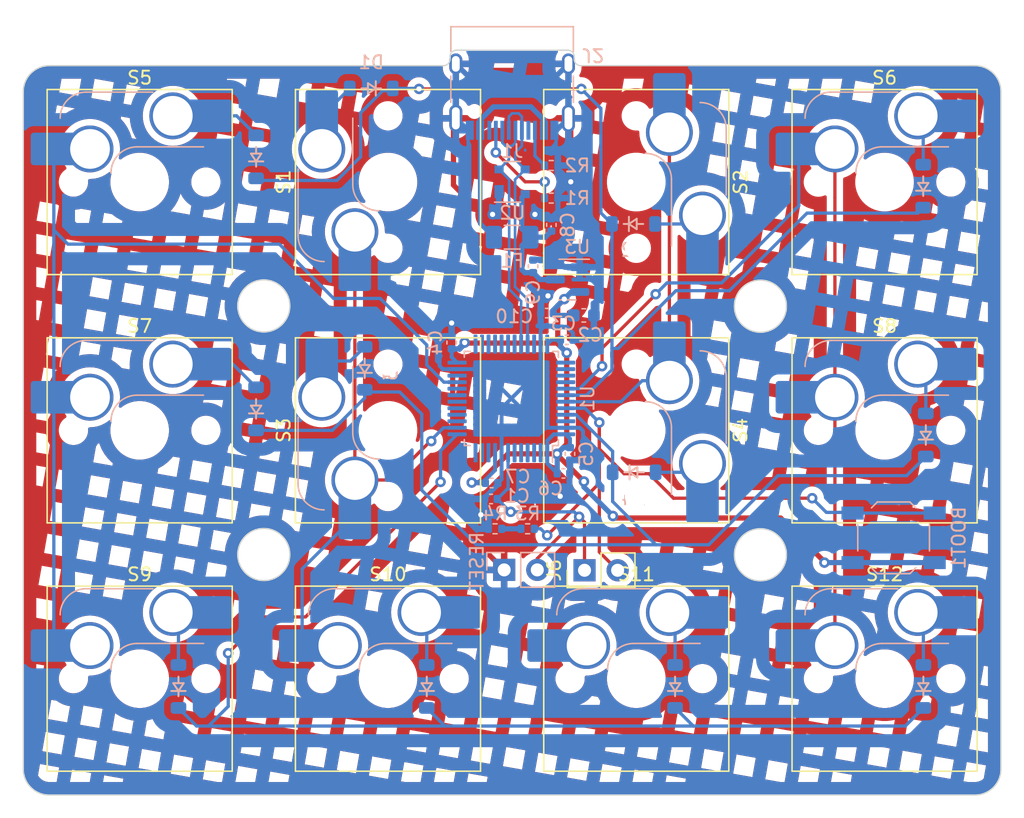
<source format=kicad_pcb>
(kicad_pcb (version 20240108) (generator "pcbnew") (generator_version "8.0")
  (layers (0 "F.Cu" signal) (31 "B.Cu" signal) (34 "B.Paste" user) (35 "F.Paste" user) (36 "B.SilkS" user "B.Silkscreen") (37 "F.SilkS" user "F.Silkscreen") (38 "B.Mask" user) (39 "F.Mask" user) (44 "Edge.Cuts" user))
  (net 0 "")
  (net 1 "+3V3")
  (net 2 "BOOT0")
  (net 3 "+5V")
  (net 4 "GND")
  (net 5 "NRST")
  (net 6 "Net-(D1-A)")
  (net 7 "Net-(D2-A)")
  (net 8 "Net-(D3-A)")
  (net 9 "Net-(D4-A)")
  (net 10 "VBUS")
  (net 11 "Net-(J1-CC1)")
  (net 12 "D+")
  (net 13 "D-")
  (net 15 "Net-(J1-CC2)")
  (net 17 "/A13")
  (net 18 "/A14")
  (net 19 "/A15")
  (net 20 "/B3")
  (net 21 "/B4")
  (net 22 "/B9")
  (net 23 "/C13")
  (net 24 "/C14")
  (net 25 "/C15")
  (net 26 "/F0")
  (net 27 "/F1")
  (net 28 "/A10")
  (net 29 "/A9")
  (net 30 "/A8")
  (net 31 "/B15")
  (net 32 "/B14")
  (net 33 "/B13")
  (net 34 "/B12")
  (net 35 "/B11")
  (net 36 "/B2")
  (net 37 "/B1")
  (net 38 "/B0")
  (net 39 "/A7")
  (net 40 "/A6")
  (net 41 "/A5")
  (net 42 "/A2")
  (net 43 "/A1")
  (net 44 "/A0")
  (net 45 "Net-(R3-Pad2)")
  (net 46 "row 0")
  (net 47 "row 1")
  (net 48 "col 0")
  (net 49 "col 1")
  (net 50 "Net-(D5-A)")
  (net 51 "Net-(D6-A)")
  (net 52 "Net-(D7-A)")
  (net 53 "Net-(D8-A)")
  (net 54 "col 2")
  (net 55 "col 3")
  (net 56 "Net-(D9-A)")
  (net 57 "row 2")
  (net 58 "Net-(D10-A)")
  (net 59 "Net-(D11-A)")
  (net 60 "Net-(D12-A)")
  (footprint "ScottoKeebs_Hotswap:Hotswap_MX_Plated_1.00u" (layer "F.Cu") (at 67.865682 84.534446)
    (property "Reference" "S10")
    (property "Value" "Keyswitch")
  )
  (footprint "ScottoKeebs_Hotswap:Hotswap_MX_Plated_1.00u" (layer "F.Cu") (at 86.915625 65.484375 -90)
    (property "Reference" "S4")
    (property "Value" "Keyswitch")
  )
  (footprint "Connector_PinHeader_2.54mm:PinHeader_1x02_P2.54mm_Vertical" (layer "F.Cu") (at 82.945 76.22 90)
    (property "Reference" "J6")
    (property "Value" "Conn_01x02_Socket")
  )
  (footprint "ScottoKeebs_Hotswap:Hotswap_MX_Plated_1.00u" (layer "F.Cu") (at 105.965706 46.434406)
    (property "Reference" "S6")
    (property "Value" "Keyswitch")
  )
  (footprint "ScottoKeebs_Hotswap:Hotswap_MX_Plated_1.00u" (layer "F.Cu") (at 86.915625 46.434375 -90)
    (property "Reference" "S2")
    (property "Value" "Keyswitch")
  )
  (footprint "ScottoKeebs_Hotswap:Hotswap_MX_Plated_1.00u" (layer "F.Cu") (at 48.815674 65.484422)
    (property "Reference" "S7")
    (property "Value" "Keyswitch")
  )
  (footprint "ScottoKeebs_Hotswap:Hotswap_MX_Plated_1.00u" (layer "F.Cu") (at 105.965698 84.534446)
    (property "Reference" "S12")
    (property "Value" "Keyswitch")
  )
  (footprint "ScottoKeebs_Hotswap:Hotswap_MX_Plated_1.00u" (layer "F.Cu") (at 67.865625 65.484375 90)
    (property "Reference" "S3")
    (property "Value" "Keyswitch")
  )
  (footprint "ScottoKeebs_Hotswap:Hotswap_MX_Plated_1.00u" (layer "F.Cu") (at 105.965706 65.484422)
    (property "Reference" "S8")
    (property "Value" "Keyswitch")
  )
  (footprint "ScottoKeebs_Hotswap:Hotswap_MX_Plated_1.00u" (layer "F.Cu") (at 48.815674 46.434406)
    (property "Reference" "S5")
    (property "Value" "Keyswitch")
  )
  (footprint "ScottoKeebs_Hotswap:Hotswap_MX_Plated_1.00u" (layer "F.Cu") (at 86.915698 84.534446)
    (property "Reference" "S11")
    (property "Value" "Keyswitch")
  )
  (footprint "ScottoKeebs_Hotswap:Hotswap_MX_Plated_1.00u" (layer "F.Cu") (at 48.815666 84.534446)
    (property "Reference" "S9")
    (property "Value" "Keyswitch")
  )
  (footprint "ScottoKeebs_Hotswap:Hotswap_MX_Plated_1.00u" (layer "F.Cu") (at 67.865625 46.434375 90)
    (property "Reference" "S1")
    (property "Value" "Keyswitch")
  )
  (footprint "Resistor_SMD:R_0402_1005Metric" (layer "B.Cu") (at 80.390625 45.165625)
    (property "Reference" "R2")
    (property "Value" "5.1k")
  )
  (footprint "Capacitor_SMD:C_0402_1005Metric" (layer "B.Cu") (at 79 52.9 90)
    (property "Reference" "C9")
    (property "Value" "100nF")
  )
  (footprint "Button_Switch_SMD:SW_SPST_TL3342" (layer "B.Cu") (at 106.66 73.73)
    (property "Reference" "BOOT1")
    (property "Value" "SW_SPST")
  )
  (footprint "Package_TO_SOT_SMD:SOT-143" (layer "B.Cu") (at 77.390625 46.415625)
    (property "Reference" "U2")
    (property "Value" "PRTR5V0U2X")
  )
  (footprint "ScottoKeebs_Components:Diode_SOD-123" (layer "B.Cu") (at 109.13 65.84 90)
    (property "Reference" "D8" (hide yes))
    (property "Value" "Diode" (hide yes))
  )
  (footprint "ScottoKeebs_Components:Diode_SOD-123" (layer "B.Cu") (at 108.942279 85.129759 90)
    (property "Reference" "D12" (hide yes))
    (property "Value" "Diode")
  )
  (footprint "ScottoKeebs_Components:Diode_SOD-123" (layer "B.Cu") (at 66.58 39.25 180)
    (property "Reference" "D1")
    (property "Value" "Diode")
  )
  (footprint "Package_TO_SOT_SMD:SOT-23" (layer "B.Cu") (at 81.640625 53.915625 180)
    (property "Reference" "U3")
    (property "Value" "XC6206PxxxMR-Regulator_Linear")
  )
  (footprint "Resistor_SMD:R_0402_1005Metric" (layer "B.Cu") (at 78.58125 73.0375 180)
    (property "Reference" "R3")
    (property "Value" "5.1k")
  )
  (footprint "Capacitor_SMD:C_0402_1005Metric" (layer "B.Cu") (at 80.06 56.49 180)
    (property "Reference" "C10")
    (property "Value" "100nF")
  )
  (footprint "Capacitor_SMD:C_0402_1005Metric" (layer "B.Cu") (at 75.817828 69.524078)
    (property "Reference" "C7")
    (property "Value" "1uF")
  )
  (footprint "Capacitor_SMD:C_0402_1005Metric" (layer "B.Cu") (at 72.75 58.75 90)
    (property "Reference" "C4")
    (property "Value" "1uF")
  )
  (footprint "ScottoKeebs_Components:Diode_SOD-123" (layer "B.Cu") (at 57.75 44.5 90)
    (property "Reference" "D5" (hide yes))
    (property "Value" "Diode")
  )
  (footprint "Capacitor_SMD:C_0402_1005Metric" (layer "B.Cu") (at 75.77 70.75 180)
    (property "Reference" "C1")
    (property "Value" "100nF")
  )
  (footprint "Connector_PinHeader_2.54mm:PinHeader_1x02_P2.54mm_Vertical" (layer "B.Cu") (at 76.78 76.19 -90)
    (property "Reference" "RESET")
    (property "Value" "Conn_01x02_Socket")
  )
  (footprint "Capacitor_SMD:C_0402_1005Metric" (layer "B.Cu") (at 81.83125 67.2875 -90)
    (property "Reference" "C5")
    (property "Value" "100nF")
  )
  (footprint "ScottoKeebs_Components:Diode_SOD-123" (layer "B.Cu") (at 66.079743 60.721926 90)
    (property "Reference" "D3")
    (property "Value" "Diode")
  )
  (footprint "Fuse:Fuse_1206_3216Metric" (layer "B.Cu") (at 77.390625 50.665625)
    (property "Reference" "F1")
    (property "Value" "500mA")
  )
  (footprint "ScottoKeebs_Components:Diode_SOD-123" (layer "B.Cu") (at 89.892263 85.129759 90)
    (property "Reference" "D11" (hide yes))
    (property "Value" "Diode")
  )
  (footprint "Capacitor_SMD:C_0603_1608Metric" (layer "B.Cu") (at 82.890625 56.665625)
    (property "Reference" "C2")
    (property "Value" "10uF")
  )
  (footprint "ScottoKeebs_Components:Diode_SOD-123" (layer "B.Cu") (at 86.7 49.65)
    (property "Reference" "D2")
    (property "Value" "Diode")
  )
  (footprint "ScottoKeebs_Components:Diode_SOD-123" (layer "B.Cu") (at 86.75 68.7)
    (property "Reference" "D4")
    (property "Value" "Diode")
  )
  (footprint "ScottoKeebs_Components:Diode_SOD-123" (layer "B.Cu") (at 57.745361 63.83443 90)
    (property "Reference" "D7" (hide yes))
    (property "Value" "Diode")
  )
  (footprint "ScottoKeebs_Components:Diode_SOD-123" (layer "B.Cu") (at 51.792231 85.129759 90)
    (property "Reference" "D9" (hide yes))
    (property "Value" "Diode")
  )
  (footprint "Connector_USB:USB_C_Receptacle_HRO_TYPE-C-31-M-12" (layer "B.Cu") (at 77.390625 38.415625)
    (property "Reference" "J1")
    (property "Value" "USB_C_Receptacle_USB2.0")
  )
  (footprint "ScottoKeebs_Components:Diode_SOD-123" (layer "B.Cu") (at 108.93 46.75 90)
    (property "Reference" "D6" (hide yes))
    (property "Value" "Diode")
  )
  (footprint "Resistor_SMD:R_0402_1005Metric" (layer "B.Cu") (at 76.08125 73.0375 180)
    (property "Reference" "R4")
    (property "Value" "5.1k")
  )
  (footprint "ScottoKeebs_Components:Diode_SOD-123" (layer "B.Cu") (at 70.842247 85.129759 90)
    (property "Reference" "D10" (hide yes))
    (property "Value" "Diode")
  )
  (footprint "Capacitor_SMD:C_0402_1005Metric" (layer "B.Cu") (at 81.581251 58.537499)
    (property "Reference" "C3")
    (property "Value" "100nF")
  )
  (footprint "Package_QFP:LQFP-48_7x7mm_P0.5mm" (layer "B.Cu") (at 77.33125 63.037499 90)
    (property "Reference" "U1")
    (property "Value" "STM32F072CBT6")
  )
  (footprint "Capacitor_SMD:C_0402_1005Metric" (layer "B.Cu") (at 81.33125 68.787499)
    (property "Reference" "C6")
    (property "Value" "100nF")
  )
  (footprint "Capacitor_SMD:C_0402_1005Metric" (layer "B.Cu") (at 80.4 49.72 90)
    (property "Reference" "C8")
    (property "Value" "100nF")
  )
  (footprint "Resistor_SMD:R_0402_1005Metric" (layer "B.Cu") (at 80.390625 47.665625 180)
    (property "Reference" "R1")
    (property "Value" "5.1k")
  )
  (gr_arc (start 72.628186 36.814093) (mid 72.774633 36.46054) (end 73.128186 36.314093) (stroke (width 0.1)) (layer "Edge.Cuts"))
  (gr_arc (start 81.653194 36.314093) (mid 82.006754 36.460537) (end 82.153194 36.814093) (stroke (width 0.1)) (layer "Edge.Cuts"))
  (gr_line (start 114.895409 39.504719) (end 114.895409 91.464141) (stroke (width 0.1)) (layer "Edge.Cuts"))
  (gr_arc (start 72.628186 37.004719) (mid 72.481732 37.358255) (end 72.128186 37.504719) (stroke (width 0.1)) (layer "Edge.Cuts"))
  (gr_line (start 82.153194 36.814093) (end 82.153194 37.004719) (stroke (width 0.1)) (layer "Edge.Cuts"))
  (gr_line (start 82.653194 37.504719) (end 82.748507 37.504719) (stroke (width 0.1)) (layer "Edge.Cuts"))
  (gr_line (start 81.653194 36.314093) (end 73.128186 36.314093) (stroke (width 0.1)) (layer "Edge.Cuts"))
  (gr_circle (center 58.34 55.94) (end 60.34 55.94) (stroke (width 0.1)) (fill none) (layer "Edge.Cuts"))
  (gr_arc (start 112.895409 37.504719) (mid 114.309623 38.090505) (end 114.895409 39.504719) (stroke (width 0.1)) (layer "Edge.Cuts"))
  (gr_arc (start 41.885971 93.464141) (mid 40.471756 92.878355) (end 39.885971 91.464141) (stroke (width 0.1)) (layer "Edge.Cuts"))
  (gr_circle (center 96.44 75.03) (end 98.44 75.03) (stroke (width 0.1)) (fill none) (layer "Edge.Cuts"))
  (gr_line (start 39.885971 91.464141) (end 39.885971 39.504719) (stroke (width 0.1)) (layer "Edge.Cuts"))
  (gr_arc (start 82.653194 37.504719) (mid 82.299638 37.358271) (end 82.153194 37.004719) (stroke (width 0.1)) (layer "Edge.Cuts"))
  (gr_line (start 82.748507 37.504719) (end 112.895409 37.504719) (stroke (width 0.1)) (layer "Edge.Cuts"))
  (gr_arc (start 114.895409 91.464141) (mid 114.309609 92.878331) (end 112.895409 93.464141) (stroke (width 0.1)) (layer "Edge.Cuts"))
  (gr_line (start 72.628186 37.004719) (end 72.628186 36.814093) (stroke (width 0.1)) (layer "Edge.Cuts"))
  (gr_arc (start 39.885971 39.504719) (mid 40.471757 38.090505) (end 41.885971 37.504719) (stroke (width 0.1)) (layer "Edge.Cuts"))
  (gr_line (start 112.895409 93.464141) (end 41.885971 93.464141) (stroke (width 0.1)) (layer "Edge.Cuts"))
  (gr_circle (center 96.440706 55.959422) (end 98.440706 55.959422) (stroke (width 0.1)) (fill none) (layer "Edge.Cuts"))
  (gr_line (start 41.885971 37.504719) (end 72.032873 37.504719) (stroke (width 0.1)) (layer "Edge.Cuts"))
  (gr_line (start 72.032873 37.504719) (end 72.128186 37.504719) (stroke (width 0.1)) (layer "Edge.Cuts"))
  (gr_circle (center 58.34 75.01) (end 60.34 75.01) (stroke (width 0.1)) (fill none) (layer "Edge.Cuts"))
  (gr_text "J2" (at 83.6 36.7 180) (layer "B.SilkS") (effects (font (size 1 1)) (justify mirror)))
  (segment (start 101.35 75.57) (end 101.35 75.63) (width 0.4) (layer "F.Cu") (net 1))
  (segment (start 81.581249 59.5375) (end 81.581251 66.537499) (width 0.4) (layer "F.Cu") (net 1))
  (segment (start 80.831249 58.787503) (end 80.081252 58.787503) (width 0.4) (layer "F.Cu") (net 1))
  (segment (start 97.99 72.21) (end 101.35 75.57) (width 0.4) (layer "F.Cu") (net 1))
  (segment (start 80.890625 55.915625) (end 81.390625 55.415625) (width 0.4) (layer "F.Cu") (net 1))
  (segment (start 80.831251 67.341251) (end 82.9 69.41) (width 0.4) (layer "F.Cu") (net 1))
  (segment (start 77.072501 67.287499) (end 80.831251 67.287499) (width 0.4) (layer "F.Cu") (net 1))
  (segment (start 80.831251 67.287499) (end 80.831251 67.341251) (width 0.4) (layer "F.Cu") (net 1))
  (segment (start 73.831251 58.787499) (end 80.081252 58.787503) (width 0.4) (layer "F.Cu") (net 1))
  (segment (start 74.87 69.49) (end 77.072501 67.287499) (width 0.4) (layer "F.Cu") (net 1))
  (segment (start 85.125 72.055) (end 85.28 72.21) (width 0.4) (layer "F.Cu") (net 1))
  (segment (start 81.581249 59.5375) (end 80.831249 58.787503) (width 0.4) (layer "F.Cu") (net 1))
  (segment (start 74.29 69.49) (end 74.87 69.49) (width 0.4) (layer "F.Cu") (net 1))
  (segment (start 85.28 72.21) (end 97.99 72.21) (width 0.4) (layer "F.Cu") (net 1))
  (segment (start 80.890625 58.728127) (end 80.890625 55.915625) (width 0.4) (layer "F.Cu") (net 1))
  (segment (start 80.831249 58.787503) (end 80.890625 58.728127) (width 0.4) (layer "F.Cu") (net 1))
  (segment (start 81.581251 66.537499) (end 80.831251 67.287499) (width 0.4) (layer "F.Cu") (net 1))
  (via (at 101.35 75.63) (size 0.8) (drill 0.4) (layers "F.Cu" "B.Cu") (net 1))
  (via (at 73.75 58.75) (size 0.8) (drill 0.4) (layers "F.Cu" "B.Cu") (net 1))
  (via (at 81.390625 55.415625) (size 0.8) (drill 0.4) (layers "F.Cu" "B.Cu") (net 1))
  (via (at 81.581249 59.5375) (size 0.8) (drill 0.4) (layers "F.Cu" "B.Cu") (net 1))
  (via (at 80.831251 67.287499) (size 0.8) (drill 0.4) (layers "F.Cu" "B.Cu") (net 1))
  (via (at 82.9 69.41) (size 0.8) (drill 0.4) (layers "F.Cu" "B.Cu") (net 1))
  (via (at 74.29 69.49) (size 0.8) (drill 0.4) (layers "F.Cu" "B.Cu") (net 1))
  (via (at 85.125 72.055) (size 0.8) (drill 0.4) (layers "F.Cu" "B.Cu") (net 1))
  (segment (start 80.54 56.26) (end 80.54 56.49) (width 0.4) (layer "B.Cu") (net 1))
  (segment (start 72.75 59.23) (end 73.27 59.23) (width 0.4) (layer "B.Cu") (net 1))
  (segment (start 82.9 69.83) (end 82.9 69.41) (width 0.4) (layer "B.Cu") (net 1))
  (segment (start 80.831251 67.287499) (end 81.31125 66.8075) (width 0.4) (layer "B.Cu") (net 1))
  (segment (start 81.831252 66.125002) (end 81.493752 65.787502) (width 0.3) (layer "B.Cu") (net 1))
  (segment (start 80.831251 67.287499) (end 80.851252 67.307499) (width 0.4) (layer "B.Cu") (net 1))
  (segment (start 76.08125 67.2) (end 76.081252 68.5375) (width 0.3) (layer "B.Cu") (net 1))
  (segment (start 80.081252 58.875002) (end 80.418751 58.5375) (width 0.3) (layer "B.Cu") (net 1))
  (segment (start 80.418751 58.5375) (end 81.10125 58.537499) (width 0.3) (layer "B.Cu") (net 1))
  (segment (start 81.493752 65.787502) (end 80.581252 65.787502) (width 0.3) (layer "B.Cu") (net 1))
  (segment (start 76.081252 68.5375) (end 75.337829 69.280923) (width 0.3) (layer "B.Cu") (net 1))
  (segment (start 75.28375 69.49) (end 75.317827 69.524077) (width 0.4) (layer "B.Cu") (net 1))
  (segment (start 81.940625 54.865625) (end 80.620625 56.185625) (width 0.4) (layer "B.Cu") (net 1))
  (segment (start 81.10125 59.0575) (end 81.10125 58.537499) (width 0.4) (layer "B.Cu") (net 1))
  (segment (start 80.870625 56.665625) (end 82.115625 56.665625) (width 0.4) (layer "B.Cu") (net 1))
  (segment (start 80.581252 65.787502) (end 80.081253 66.287501) (width 0.3) (layer "B.Cu") (net 1))
  (segment (start 81.83125 66.807499) (end 81.831252 66.125002) (width 0.3) (layer "B.Cu") (net 1))
  (segment (start 81.581249 59.5375) (end 81.10125 59.0575) (width 0.4) (layer "B.Cu") (net 1))
  (segment (start 75.337829 69.280923) (end 75.337829 69.524079) (width 0.3) (layer "B.Cu") (net 1))
  (segment (start 74.29 69.49) (end 75.28375 69.49) (width 0.4) (layer "B.Cu") (net 1))
  (segment (start 80.851252 67.307499) (end 80.851252 68.787499) (width 0.4) (layer "B.Cu") (net 1))
  (segment (start 80.851252 68.787499) (end 80.081253 68.0175) (width 0.3) (layer "B.Cu") (net 1))
  (segment (start 81.31125 66.8075) (end 81.83125 66.807499) (width 0.4) (layer "B.Cu") (net 1))
  (segment (start 80.081253 68.0175) (end 80.081252 67.200002) (width 0.3) (layer "B.Cu") (net 1))
  (segment (start 101.35 75.63) (end 103.51 75.63) (width 0.4) (layer "B.Cu") (net 1))
  (segment (start 85.125 72.055) (end 82.9 69.83) (width 0.4) (layer "B.Cu") (net 1))
  (segment (start 72.75 59.86875) (end 72.75 59.23) (width 0.3) (layer "B.Cu") (net 1))
  (segment (start 73.35125 59.2675) (end 73.831251 58.787499) (width 0.4) (layer "B.Cu") (net 1))
  (segment (start 73.16875 60.2875) (end 72.83125 59.95) (width 0.3) (layer "B.Cu") (net 1))
  (segment (start 80.081253 66.287501) (end 80.081252 67.200002) (width 0.3) (layer "B.Cu") (net 1))
  (segment (start 82.578125 54.865625) (end 81.940625 54.865625) (width 0.4) (layer "B.Cu") (net 1))
  (segment (start 81.940625 54.865625) (end 81.390625 55.415625) (width 0.4) (layer "B.Cu") (net 1))
  (segment (start 73.27 59.23) (end 73.75 58.75) (width 0.4) (layer "B.Cu") (net 1))
  (segment (start 72.83125 59.95) (end 72.75 59.86875) (width 0.3) (layer "B.Cu") (net 1))
  (segment (start 103.51 75.63) (end 109.81 75.63) (width 0.4) (layer "B.Cu") (net 1))
  (segment (start 84.081251 69.5375) (end 80.081252 73.537503) (width 0.25) (layer "F.Cu") (net 2))
  (segment (start 84.081251 66.911251) (end 84.081251 64.88) (width 0.25) (layer "F.Cu") (net 2))
  (segment (start 84.081251 74.816251) (end 85.485 76.22) (width 0.25) (layer "F.Cu") (net 2))
  (segment (start 85.98 68.81) (end 84.081251 66.911251) (width 0.25) (layer "F.Cu") (net 2))
  (segment (start 89.77 70.69) (end 87.89 68.81) (width 0.25) (layer "F.Cu") (net 2))
  (segment (start 100.41 70.69) (end 89.77 70.69) (width 0.25) (layer "F.Cu") (net 2))
  (segment (start 84.081251 69.5375) (end 84.081251 74.816251) (width 0.25) (layer "F.Cu") (net 2))
  (segment (start 87.89 68.81) (end 85.98 68.81) (width 0.25) (layer "F.Cu") (net 2))
  (segment (start 84.081251 64.88) (end 84.081251 69.5375) (width 0.25) (layer "F.Cu") (net 2))
  (via (at 84.081251 64.88) (size 0.8) (drill 0.4) (layers "F.Cu" "B.Cu") (net 2))
  (via (at 100.41 70.69) (size 0.8) (drill 0.4) (layers "F.Cu" "B.Cu") (net 2))
  (via (at 80.081252 73.537503) (size 0.8) (drill 0.4) (layers "F.Cu" "B.Cu") (net 2))
  (segment (start 100.41 70.69) (end 101.5 71.78) (width 0.25) (layer "B.Cu") (net 2))
  (segment (start 103.51 71.83) (end 109.81 71.83) (width 0.25) (layer "B.Cu") (net 2))
  (segment (start 84.081251 64.88) (end 82.98875 63.787499) (width 0.25) (layer "B.Cu") (net 2))
  (segment (start 79.581249 73.0375) (end 79.091251 73.0375) (width 0.25) (layer "B.Cu") (net 2))
  (segment (start 82.98875 63.787499) (end 81.49375 63.787499) (width 0.25) (layer "B.Cu") (net 2))
  (segment (start 80.081252 73.537503) (end 79.581249 73.0375) (width 0.25) (layer "B.Cu") (net 2))
  (segment (start 103.46 71.78) (end 103.51 71.83) (width 0.25) (layer "B.Cu") (net 2))
  (segment (start 101.5 71.78) (end 103.46 71.78) (width 0.25) (layer "B.Cu") (net 2))
  (segment (start 79.936255 73.6825) (end 80.081252 73.537503) (width 0.25) (layer "B.Cu") (net 2))
  (segment (start 79.52 53.9) (end 79.504375 53.915625) (width 0.4) (layer "B.Cu") (net 3))
  (segment (start 78.790625 50.665625) (end 78.140625 50.015625) (width 0.4) (layer "B.Cu") (net 3))
  (segment (start 78.140625 51.315625) (end 78.790625 50.665625) (width 0.4) (layer "B.Cu") (net 3))
  (segment (start 78.464375 53.395625) (end 78.48 53.38) (width 0.4) (layer "B.Cu") (net 3))
  (segment (start 78.140625 47.615625) (end 78.390625 47.365625) (width 0.4) (layer "B.Cu") (net 3))
  (segment (start 79 53.38) (end 78.48 53.38) (width 0.4) (layer "B.Cu") (net 3))
  (segment (start 79.504375 53.915625) (end 80.703125 53.915625) (width 0.4) (layer "B.Cu") (net 3))
  (segment (start 78.140625 50.015625) (end 78.140625 47.615625) (width 0.4) (layer "B.Cu") (net 3))
  (segment (start 80.4 50.2) (end 79.934375 50.665625) (width 0.4) (layer "B.Cu") (net 3))
  (segment (start 78.140625 53.165625) (end 78.140625 51.315625) (width 0.4) (layer "B.Cu") (net 3))
  (segment (start 79.934375 50.665625) (end 78.790625 50.665625) (width 0.4) (layer "B.Cu") (net 3))
  (segment (start 79 53.38) (end 79.52 53.9) (width 0.4) (layer "B.Cu") (net 3))
  (segment (start 78.370625 53.395625) (end 78.464375 53.395625) (width 0.4) (layer "B.Cu") (net 3))
  (segment (start 78.370625 53.395625) (end 78.140625 53.165625) (width 0.4) (layer "B.Cu") (net 3))
  (segment (start 75.140625 48.915625) (end 75.890625 48.915625) (width 0.4) (layer "F.Cu") (net 4))
  (segment (start 80.140625 49.415625) (end 79.640625 48.915625) (width 0.4) (layer "F.Cu") (net 4))
  (segment (start 78.018751 57.287499) (end 80.140625 55.165625) (width 0.4) (layer "F.Cu") (net 4))
  (segment (start 72.890625 41.725625) (end 72.890625 46.665625) (width 0.4) (layer "F.Cu") (net 4))
  (segment (start 75.890625 48.915625) (end 79.140625 48.915625) (width 0.4) (layer "F.Cu") (net 4))
  (segment (start 81.710625 41.545625) (end 81.890625 41.725625) (width 0.4) (layer "F.Cu") (net 4))
  (segment (start 79.140625 48.915625) (end 79.640625 48.915625) (width 0.4) (layer "F.Cu") (net 4))
  (segment (start 74.99 71.8) (end 74.99 71.96) (width 0.4) (layer "F.Cu") (net 4))
  (segment (start 72.83125 66.53125) (end 72.83125 57.2875) (width 0.4) (layer "F.Cu") (net 4))
  (segment (start 72.890625 46.665625) (end 75.140625 48.915625) (width 0.4) (layer "F.Cu") (net 4))
  (segment (start 73.2 66.9) (end 72.83125 66.53125) (width 0.4) (layer "F.Cu") (net 4))
  (segment (start 81.890625 46.665625) (end 79.640625 48.915625) (width 0.4) (layer "F.Cu") (net 4))
  (segment (start 80.140625 53.978123) (end 80.140625 53.659375) (width 0.4) (layer "F.Cu") (net 4))
  (segment (start 72.83125 57.2875) (end 78.018751 57.287499) (width 0.4) (layer "F.Cu") (net 4))
  (segment (start 74.99 71.96) (end 74.99 74.4) (width 0.4) (layer "F.Cu") (net 4))
  (segment (start 74.99 74.4) (end 76.78 76.19) (width 0.4) (layer "F.Cu") (net 4))
  (segment (start 81.890625 46.415625) (end 81.890625 46.665625) (width 0.4) (layer "F.Cu") (net 4))
  (segment (start 73.2 70.17) (end 73.2 66.9) (width 0.4) (layer "F.Cu") (net 4))
  (segment (start 76.02 70.77) (end 74.99 71.8) (width 0.4) (layer "F.Cu") (net 4))
  (segment (start 81.079375 70.539375) (end 80.84875 70.77) (width 0.4) (layer "F.Cu") (net 4))
  (segment (start 81.890625 46.415625) (end 81.890625 41.725625) (width 0.4) (layer "F.Cu") (net 4))
  (segment (start 73.070625 41.545625) (end 72.890625 41.725625) (width 0.4) (layer "F.Cu") (net 4))
  (segment (start 74.99 71.96) (end 73.2 70.17) (width 0.4) (layer "F.Cu") (net 4))
  (segment (start 80.140625 55.165625) (end 80.140625 49.415625) (width 0.4) (layer "F.Cu") (net 4))
  (segment (start 80.84875 70.77) (end 76.02 70.77) (width 0.4) (layer "F.Cu") (net 4))
  (via (at 80.140625 55.165625) (size 0.8) (drill 0.4) (layers "F.Cu" "B.Cu") (net 4))
  (via (at 72.75 57.25) (size 0.8) (drill 0.4) (layers "F.Cu" "B.Cu") (net 4))
  (via (at 74.99 71.96) (size 0.8) (drill 0.4) (layers "F.Cu" "B.Cu") (net 4))
  (via (at 81.890625 46.415625) (size 0.8) (drill 0.4) (layers "F.Cu" "B.Cu") (net 4))
  (via (at 79.140625 48.915625) (size 0.8) (drill 0.4) (layers "F.Cu" "B.Cu") (net 4))
  (via (at 75.890625 48.915625) (size 0.8) (drill 0.4) (layers "F.Cu" "B.Cu") (net 4))
  (via (at 81.079375 70.539375) (size 0.8) (drill 0.4) (layers "F.Cu" "B.Cu") (net 4))
  (segment (start 81.581251 57.537499) (end 82.06125 58.017499) (width 0.3) (layer "B.Cu") (net 4))
  (segment (start 79.581249 60.7875) (end 77.33125 63.037499) (width 0.3) (layer "B.Cu") (net 4))
  (segment (start 76.390625 48.415625) (end 76.390625 47.165625) (width 0.4) (layer "B.Cu") (net 4))
  (segment (start 79.660625 55.645625) (end 79.660625 56.415625) (width 0.4) (layer "B.Cu") (net 4))
  (segment (start 79 52.42) (end 79.02 52.4) (width 0.4) (layer "B.Cu") (net 4))
  (segment (start 80.640625 42.460625) (end 80.795625 42.460625) (width 0.4) (layer "B.Cu") (net 4))
  (segment (start 73.070625 41.545625) (end 73.985625 42.460625) (width 0.4) (layer "B.Cu") (net 4))
  (segment (start 79.581251 58.874999) (end 79.581251 57.787503) (width 0.3) (layer "B.Cu") (net 4))
  (segment (start 76.58125 67.199999) (end 76.58125 69.240654) (width 0.3) (layer "B.Cu") (net 4))
  (segment (start 76.297829 69.641636) (end 76.297827 69.524076) (width 0.4) (layer "B.Cu") (net 4))
  (segment (start 80.140625 55.165625) (end 79.660625 55.645625) (width 0.4) (layer "B.Cu") (net 4))
  (segment (start 72.08125 60.7875) (end 71.831251 60.5375) (width 0.3) (layer "B.Cu") (net 4))
  (segment (start 76.58125 67.199999) (end 76.581249 63.787499) (width 0.3) (layer "B.Cu") (net 4))
  (segment (start 82.578125 52.965625) (end 81.420625 52.965625) (width 0.4) (layer "B.Cu") (net 4))
  (segment (start 81.420625 52.965625) (end 80.890625 52.435625) (width 0.4) (layer "B.Cu") (net 4))
  (segment (start 72.75 58.27) (end 72.75 57.25) (width 0.4) (layer "B.Cu") (net 4))
  (segment (start 82.581252 65.2875) (end 82.831251 65.537499) (width 0.3) (layer "B.Cu") (net 4))
  (segment (start 74.99 71.96) (end 75.29 71.66) (width 0.4) (layer "B.Cu") (net 4))
  (segment (start 76.58125 69.240654) (end 76.297827 69.524076) (width 0.3) (layer "B.Cu") (net 4))
  (segment (start 82.35125 67.767499) (end 81.83125 67.7675) (width 0.3) (layer "B.Cu") (net 4))
  (segment (start 81.49375 65.2875) (end 82.581252 65.2875) (width 0.3) (layer "B.Cu") (net 4))
  (segment (start 71.831249 58.787502) (end 72.311251 58.3075) (width 0.3) (layer "B.Cu") (net 4))
  (segment (start 80.900625 45.425625) (end 80.900625 45.165625) (width 0.4) (layer "B.Cu") (net 4))
  (segment (start 72.348751 58.27) (end 72.75 58.27) (width 0.3) (layer "B.Cu") (net 4))
  (segment (start 79.581251 58.874999) (end 79.581249 60.7875) (width 0.3) (layer "B.Cu") (net 4))
  (segment (start 80.900625 47.405625) (end 81.890625 46.415625) (width 0.4) (layer "B.Cu") (net 4))
  (segment (start 73.168752 60.7875) (end 75.081251 60.787499) (width 0.3) (layer "B.Cu") (net 4))
  (segment (start 75.081251 60.787499) (end 77.33125 63.037499) (width 0.3) (layer "B.Cu") (net 4))
  (segment (start 79.02 52.4) (end 80.855 52.4) (width 0.4) (layer "B.Cu") (net 4))
  (segment (start 79.831253 57.537501) (end 81.581251 57.537499) (width 0.3) (layer "B.Cu") (net 4))
  (segment (start 80.855 52.4) (end 80.890625 52.435625) (width 0.4) (layer "B.Cu") (net 4))
  (segment (start 82.831251 65.537499) (end 82.831249 67.2875) (width 0.3) (layer "B.Cu") (net 4))
  (segment (start 73.168752 60.7875) (end 72.08125 60.7875) (width 0.3) (layer "B.Cu") (net 4))
  (segment (start 73.985625 42.460625) (end 74.140625 42.460625) (width 0.4) (layer "B.Cu") (net 4))
  (segment (start 80.795625 42.460625) (end 81.710625 41.545625) (width 0.4) (layer "B.Cu") (net 4))
  (segment (start 79.581251 57.787503) (end 79.831253 57.537501) (width 0.3) (layer "B.Cu") (net 4))
  (segment (start 76.581249 63.787499) (end 77.33125 63.037499) (width 0.3) (layer "B.Cu") (net 4))
  (segment (start 74.99 71.96) (end 74.99 72.456248) (width 0.4) (layer "B.Cu") (net 4))
  (segment (start 82.06125 58.017499) (end 82.061251 58.537499) (width 0.3) (layer "B.Cu") (net 4))
  (segment (start 81.710625 41.545625) (end 81.710625 37.365625) (width 0.4) (layer "B.Cu") (net 4))
  (segment (start 80.390625 49.185625) (end 80.900625 48.675625) (width 0.4) (layer "B.Cu") (net 4))
  (segment (start 79.140625 48.915625) (end 80.120625 48.915625) (width 0.4) (layer "B.Cu") (net 4))
  (segment (start 80.900625 48.675625) (end 81.640625 49.415625) (width 0.4) (layer "B.Cu") (net 4))
  (segment (start 81.640625 51.685625) (end 80.890625 52.435625) (width 0.4) (layer "B.Cu") (net 4))
  (segment (start 83.890625 54.278125) (end 82.578125 52.965625) (width 0.4) (layer "B.Cu") (net 4))
  (segment (start 75.890625 48.915625) (end 76.390625 48.415625) (width 0.4) (layer "B.Cu") (net 4))
  (segment (start 80.660625 38.415625) (end 74.120625 38.415625) (width 0.4) (layer "B.Cu") (net 4))
  (segment (start 81.83125 67.7675) (end 81.83125 68.7675) (width 0.4) (layer "B.Cu") (net 4))
  (segment (start 80.4 49.195) (end 80.390625 49.185625) (width 0.4) (layer "B.Cu") (net 4))
  (segment (start 81.81125 68.7875) (end 81.81125 69.8075) (width 0.4) (layer "B.Cu") (net 4))
  (segment (start 71.831251 60.5375) (end 71.831249 58.787502) (width 0.3) (layer "B.Cu") (net 4))
  (segment (start 74.99 72.456248) (end 75.571252 73.0375) (width 0.4) (layer "B.Cu") (net 4))
  (segment (start 81.890625 46.415625) (end 80.900625 45.425625) (width 0.4) (layer "B.Cu") (net 4))
  (segment (start 83.890625 56.440625) (end 83.890625 54.278125) (width 0.4) (layer "B.Cu") (net 4))
  (segment (start 81.710625 37.365625) (end 80.660625 38.415625) (width 0.4) (layer "B.Cu") (net 4))
  (segment (start 75.29 70.75) (end 75.29 70.577556) (width 0.4) (layer "B.Cu") (net 4))
  (segment (start 72.311251 58.3075) (end 72.348751 58.27) (width 0.3) (layer "B.Cu") (net 4))
  (segment (start 74.120625 38.415625) (end 73.070625 37.365625) (width 0.4) (layer "B.Cu") (net 4))
  (segment (start 80.120625 48.915625) (end 80.390625 49.185625) (width 0.4) (layer "B.Cu") (net 4))
  (segment (start 75.337829 70.601633) (end 76.297829 69.641636) (width 0.4) (layer "B.Cu") (net 4))
  (segment (start 82.831249 67.2875) (end 82.35125 67.767499) (width 0.3) (layer "B.Cu") (net 4))
  (segment (start 80.4 49.24) (end 80.4 49.195) (width 0.25) (layer "B.Cu") (net 4))
  (segment (start 77.33125 63.037499) (end 79.581251 65.287499) (width 0.3) (layer "B.Cu") (net 4))
  (segment (start 73.070625 37.365625) (end 73.070625 41.545625) (width 0.4) (layer "B.Cu") (net 4))
  (segment (start 80.900625 48.675625) (end 80.900625 47.665625) (width 0.4) (layer "B.Cu") (net 4))
  (segment (start 81.640625 49.415625) (end 81.640625 51.685625) (width 0.4) (layer "B.Cu") (net 4))
  (segment (start 80.900625 47.665625) (end 80.900625 47.405625) (width 0.4) (layer "B.Cu") (net 4))
  (segment (start 81.81125 69.8075) (end 81.079375 70.539375) (width 0.4) (layer "B.Cu") (net 4))
  (segment (start 79.581251 65.287499) (end 81.49375 65.2875) (width 0.3) (layer "B.Cu") (net 4))
  (segment (start 75.29 71.66) (end 75.29 70.75) (width 0.4) (layer "B.Cu") (net 4))
  (segment (start 79.32 75.323353) (end 79.32 76.19) (width 0.25) (layer "F.Cu") (net 5))
  (segment (start 82.529488 75.569488) (end 82.67 75.71) (width 0.25) (layer "F.Cu") (net 5))
  (segment (start 82.529488 72.113865) (end 79.32 75.323353) (width 0.25) (layer "F.Cu") (net 5))
  (segment (start 82.945 76.22) (end 82.945 72.529377) (width 0.25) (layer "F.Cu") (net 5))
  (segment (start 82.945 72.529377) (end 82.529488 72.113865) (width 0.25) (layer "F.Cu") (net 5))
  (segment (start 77.281252 71.737502) (end 77.281252 71.762808) (width 0.25) (layer "F.Cu") (net 5))
  (via (at 77.281252 71.737502) (size 0.8) (drill 0.4) (layers "F.Cu" "B.Cu") (net 5))
  (via (at 82.529488 72.113865) (size 0.8) (drill 0.4) (layers "F.Cu" "B.Cu") (net 5))
  (segment (start 77.081251 67.199999) (end 77.081251 69.990654) (width 0.25) (layer "B.Cu") (net 5))
  (segment (start 77.009346 69.990654) (end 76.25 70.75) (width 0.25) (layer "B.Cu") (net 5))
  (segment (start 77.26125 71.7375) (end 77.281252 71.737502) (width 0.25) (layer "B.Cu") (net 5))
  (segment (start 77.237502 71.737502) (end 77.281252 71.737502) (width 0.25) (layer "B.Cu") (net 5))
  (segment (start 76.25 70.75) (end 77.237502 71.737502) (width 0.25) (layer "B.Cu") (net 5))
  (segment (start 82.529488 72.113865) (end 82.153125 71.737502) (width 0.25) (layer "B.Cu") (net 5))
  (segment (start 82.153125 71.737502) (end 77.281252 71.737502) (width 0.25) (layer "B.Cu") (net 5))
  (segment (start 77.081251 69.990654) (end 77.009346 69.990654) (width 0.25) (layer "B.Cu") (net 5))
  (segment (start 63.065625 41.114375) (end 64.93 39.25) (width 0.25) (layer "B.Cu") (net 6))
  (segment (start 62.785625 41.114375) (end 63.065625 41.114375) (width 0.25) (layer "B.Cu") (net 6))
  (segment (start 88.35 49.65) (end 91.32 49.65) (width 0.25) (layer "B.Cu") (net 7))
  (segment (start 91.32 49.65) (end 91.995625 48.974375) (width 0.25) (layer "B.Cu") (net 7))
  (segment (start 64.987294 60.164375) (end 66.079743 59.071926) (width 0.25) (layer "B.Cu") (net 8))
  (segment (start 62.785625 60.164375) (end 64.987294 60.164375) (width 0.25) (layer "B.Cu") (net 8))
  (segment (start 63.23 62.5) (end 62.785625 62.944375) (width 0.25) (layer "B.Cu") (net 8))
  (segment (start 88.4 68.7) (end 91.32 68.7) (width 0.25) (layer "B.Cu") (net 9))
  (segment (start 91.32 68.7) (end 91.995625 68.024375) (width 0.25) (layer "B.Cu") (net 9))
  (segment (start 78.838792 40.669808) (end 78.838792 40.665625) (width 0.4) (layer "B.Cu") (net 10))
  (segment (start 74.940625 42.460625) (end 74.940625 49.615625) (width 0.35) (layer "B.Cu") (net 10))
  (segment (start 78.838792 40.665625) (end 75.946641 40.665625) (width 0.4) (layer "B.Cu") (net 10))
  (segment (start 74.940625 41.671641) (end 74.940625 42.460625) (width 0.4) (layer "B.Cu") (net 10))
  (segment (start 79.840625 41.671641) (end 78.838792 40.669808) (width 0.4) (layer "B.Cu") (net 10))
  (segment (start 75.946641 40.665625) (end 74.940625 41.671641) (width 0.4) (layer "B.Cu") (net 10))
  (segment (start 74.940625 49.615625) (end 75.990625 50.665625) (width 0.35) (layer "B.Cu") (net 10))
  (segment (start 79.840625 42.460625) (end 79.840625 41.671641) (width 0.4) (layer "B.Cu") (net 10))
  (segment (start 78.390625 46.415625) (end 76.140625 44.165625) (width 0.25) (layer "F.Cu") (net 11))
  (segment (start 79.890625 46.415625) (end 78.390625 46.415625) (width 0.25) (layer "F.Cu") (net 11))
  (via (at 76.140625 44.165625) (size 0.8) (drill 0.4) (layers "F.Cu" "B.Cu") (net 11))
  (via (at 79.890625 46.415625) (size 0.8) (drill 0.4) (layers "F.Cu" "B.Cu") (net 11))
  (segment (start 76.390625 43.959375) (end 76.390625 44.009375) (width 0.2) (layer "B.Cu") (net 11))
  (segment (start 79.880625 47.665625) (end 79.880625 46.425625) (width 0.25) (layer "B.Cu") (net 11))
  (segment (start 76.140625 44.165625) (end 76.140625 42.460625) (width 0.25) (layer "B.Cu") (net 11))
  (segment (start 79.880625 46.425625) (end 79.890625 46.415625) (width 0.25) (layer "B.Cu") (net 11))
  (segment (start 78.140625 42.460625) (end 78.140625 43.665625) (width 0.2) (layer "B.Cu") (net 12))
  (segment (start 77.890625 41.165625) (end 77.390625 41.165625) (width 0.2) (layer "B.Cu") (net 12))
  (segment (start 77.140625 41.415625) (end 77.140625 42.460625) (width 0.2) (layer "B.Cu") (net 12))
  (segment (start 77.640625 44.715625) (end 78.390625 45.465625) (width 0.2) (layer "B.Cu") (net 12))
  (segment (start 78.58125 55.4386) (end 78.58125 58.875) (width 0.2) (layer "B.Cu") (net 12))
  (segment (start 78.390625 43.959375) (end 78.390625 44.009375) (width 0.2) (layer "B.Cu") (net 12))
  (segment (start 78.140625 43.665625) (end 77.640625 44.165625) (width 0.2) (layer "B.Cu") (net 12))
  (segment (start 77.615625 46.240625) (end 78.390625 45.465625) (width 0.2) (layer "B.Cu") (net 12))
  (segment (start 77.615625 46.434375) (end 77.615625 46.240625) (width 0.2) (layer "B.Cu") (net 12))
  (segment (start 78.140625 41.415625) (end 77.890625 41.165625) (width 0.2) (layer "B.Cu") (net 12))
  (segment (start 77.390625 41.165625) (end 77.140625 41.415625) (width 0.2) (layer "B.Cu") (net 12))
  (segment (start 77.640625 44.165625) (end 77.640625 44.715625) (width 0.2) (layer "B.Cu") (net 12))
  (segment (start 77.615625 46.434375) (end 77.615625 54.472975) (width 0.2) (layer "B.Cu") (net 12))
  (segment (start 77.615625 54.472975) (end 78.58125 55.4386) (width 0.2) (layer "B.Cu") (net 12))
  (segment (start 78.140625 42.460625) (end 78.140625 41.415625) (width 0.2) (layer "B.Cu") (net 12))
  (segment (start 76.640625 43.415625) (end 76.640625 42.460625) (width 0.2) (layer "B.Cu") (net 13))
  (segment (start 76.890625 43.665625) (end 76.640625 43.415625) (width 0.2) (layer "B.Cu") (net 13))
  (segment (start 77.140625 44.715625) (end 77.140625 43.665625) (width 0.2) (layer "B.Cu") (net 13))
  (segment (start 77.165625 46.434375) (end 77.165625 54.659375) (width 0.2) (layer "B.Cu") (net 13))
  (segment (start 78.081249 55.574999) (end 78.08125 58.874999) (width 0.2) (layer "B.Cu") (net 13))
  (segment (start 77.640625 43.415625) (end 77.390625 43.665625) (width 0.2) (layer "B.Cu") (net 13))
  (segment (start 77.640625 42.460625) (end 77.640625 43.415625) (width 0.2) (layer "B.Cu") (net 13))
  (segment (start 77.165625 46.434375) (end 77.165625 46.240625) (width 0.2) (layer "B.Cu") (net 13))
  (segment (start 77.140625 43.665625) (end 76.890625 43.665625) (width 0.2) (layer "B.Cu") (net 13))
  (segment (start 77.165625 54.659375) (end 78.081249 55.574999) (width 0.2) (layer "B.Cu") (net 13))
  (segment (start 77.165625 46.240625) (end 76.390625 45.465625) (width 0.2) (layer "B.Cu") (net 13))
  (segment (start 76.390625 45.465625) (end 77.140625 44.715625) (width 0.2) (layer "B.Cu") (net 13))
  (segment (start 77.390625 43.665625) (end 77.140625 43.665625) (width 0.2) (layer "B.Cu") (net 13))
  (segment (start 79.140625 44.425625) (end 79.880625 45.165625) (width 0.25) (layer "B.Cu") (net 15))
  (segment (start 79.140625 42.460625) (end 79.140625 44.425625) (width 0.25) (layer "B.Cu") (net 15))
  (segment (start 76.591252 73.0375) (end 78.071252 73.0375) (width 0.4) (layer "B.Cu") (net 45))
  (segment (start 70.246875 39.290625) (end 82.7 39.290625) (width 0.25) (layer "F.Cu") (net 46))
  (via (at 70.246875 39.290625) (size 0.8) (drill 0.4) (layers "F.Cu" "B.Cu") (net 46))
  (via (at 82.7 39.290625) (size 0.8) (drill 0.4) (layers "F.Cu" "B.Cu") (net 46))
  (segment (start 83.102501 62.787499) (end 85.05 60.84) (width 0.25) (layer "B.Cu") (net 46))
  (segment (start 67.46 39.43) (end 68.05 39.43) (width 0.25) (layer "B.Cu") (net 46))
  (segment (start 85.05 58.66) (end 85.05 49.65) (width 0.25) (layer "B.Cu") (net 46))
  (segment (start 94.059454 54.768796) (end 100.012584 48.815666) (width 0.25) (layer "B.Cu") (net 46))
  (segment (start 89.95939 54.768796) (end 94.059454 54.768796) (width 0.25) (layer "B.Cu") (net 46))
  (segment (start 70.20625 39.25) (end 70.246875 39.290625) (width 0.25) (layer "B.Cu") (net 46))
  (segment (start 65.77 41.12) (end 67.46 39.43) (width 0.25) (layer "B.Cu") (net 46))
  (segment (start 85.05 59.2) (end 85.05 58.66) (width 0.25) (layer "B.Cu") (net 46))
  (segment (start 68.23 39.25) (end 70.20625 39.25) (width 0.25) (layer "B.Cu") (net 46))
  (segment (start 57.91 46.31) (end 63.95 46.31) (width 0.25) (layer "B.Cu") (net 46))
  (segment (start 85.528186 59.2) (end 89.95939 54.768796) (width 0.25) (layer "B.Cu") (net 46))
  (segment (start 85.05 59.2) (end 85.528186 59.2) (width 0.25) (layer "B.Cu") (net 46))
  (segment (start 85.05 60.84) (end 85.05 59.2) (width 0.25) (layer "B.Cu") (net 46))
  (segment (start 68.05 39.43) (end 68.23 39.25) (width 0.25) (layer "B.Cu") (net 46))
  (segment (start 57.75 46.15) (end 57.91 46.31) (width 0.25) (layer "B.Cu") (net 46))
  (segment (start 65.77 44.49) (end 65.77 41.12) (width 0.25) (layer "B.Cu") (net 46))
  (segment (start 84.2 48.8) (end 85.05 49.65) (width 0.25) (layer "B.Cu") (net 46))
  (segment (start 108.514334 48.815666) (end 108.93 48.4) (width 0.25) (layer "B.Cu") (net 46))
  (segment (start 82.7 39.290625) (end 84.2 40.790625) (width 0.25) (layer "B.Cu") (net 46))
  (segment (start 63.95 46.31) (end 65.77 44.49) (width 0.25) (layer "B.Cu") (net 46))
  (segment (start 81.49375 62.787499) (end 83.102501 62.787499) (width 0.25) (layer "B.Cu") (net 46))
  (segment (start 84.2 40.790625) (end 84.2 48.8) (width 0.25) (layer "B.Cu") (net 46))
  (segment (start 100.012584 48.815666) (end 108.514334 48.815666) (width 0.25) (layer "B.Cu") (net 46))
  (segment (start 85.1 68.7) (end 85.1 70.942503) (width 0.25) (layer "B.Cu") (net 47))
  (segment (start 107.66 68.96) (end 109.13 67.49) (width 0.25) (layer "B.Cu") (net 47))
  (segment (start 92.477497 74.262503) (end 97.78 68.96) (width 0.25) (layer "B.Cu") (net 47))
  (segment (start 85.1 70.942503) (end 88.42 74.262503) (width 0.25) (layer "B.Cu") (net 47))
  (segment (start 82.296936 64.287499) (end 85.1 67.090563) (width 0.25) (layer "B.Cu") (net 47))
  (segment (start 63.59557 65.48443) (end 66.079743 63.000257) (width 0.25) (layer "B.Cu") (net 47))
  (segment (start 66.079743 63.000257) (end 66.079743 62.371926) (width 0.25) (layer "B.Cu") (net 47))
  (segment (start 97.78 68.96) (end 107.66 68.96) (width 0.25) (layer "B.Cu") (net 47))
  (segment (start 70.456251 70.074201) (end 74.644553 74.262503) (width 0.25) (layer "B.Cu") (net 47))
  (segment (start 74.644553 74.262503) (end 88.42 74.262503) (width 0.25) (layer "B.Cu") (net 47))
  (segment (start 70.456251 64.236251) (end 70.456251 70.074201) (width 0.25) (layer "B.Cu") (net 47))
  (segment (start 63.31 65.48443) (end 63.59557 65.48443) (width 0.25) (layer "B.Cu") (net 47))
  (segment (start 88.42 74.262503) (end 92.477497 74.262503) (width 0.25) (layer "B.Cu") (net 47))
  (segment (start 85.1 67.090563) (end 85.1 68.7) (width 0.25) (layer "B.Cu") (net 47))
  (segment (start 68.76 62.54) (end 70.456251 64.236251) (width 0.25) (layer "B.Cu") (net 47))
  (segment (start 57.745361 65.48443) (end 63.31 65.48443) (width 0.25) (layer "B.Cu") (net 47))
  (segment (start 81.49375 64.287499) (end 82.296936 64.287499) (width 0.25) (layer "B.Cu") (net 47))
  (segment (start 66.079743 62.371926) (end 66.247817 62.54) (width 0.25) (layer "B.Cu") (net 47))
  (segment (start 66.247817 62.54) (end 68.76 62.54) (width 0.25) (layer "B.Cu") (net 47))
  (segment (start 63.698491 55.364109) (end 59.5313 51.196918) (width 0.25) (layer "B.Cu") (net 48))
  (segment (start 42.230674 81.994438) (end 42.230666 81.994446) (width 0.25) (layer "B.Cu") (net 48))
  (segment (start 70.842247 58.935987) (end 67.270369 55.364109) (width 0.25) (layer "B.Cu") (net 48))
  (segment (start 42.230674 43.894406) (end 42.230674 50.12) (width 0.25) (layer "B.Cu") (net 48))
  (segment (start 73.16875 61.787499) (end 72.156199 61.787499) (width 0.25) (layer "B.Cu") (net 48))
  (segment (start 42.230674 50.12) (end 42.230674 81.994438) (width 0.25) (layer "B.Cu") (net 48))
  (segment (start 72.156199 61.787499) (end 70.842247 60.473547) (width 0.25) (layer "B.Cu") (net 48))
  (segment (start 42.230674 50.12) (end 42.787407 50.676734) (width 0.25) (layer "B.Cu") (net 48))
  (segment (start 70.842247 60.473547) (end 70.842247 58.935987) (width 0.25) (layer "B.Cu") (net 48))
  (segment (start 67.270369 55.364109) (end 63.698491 55.364109) (width 0.25) (layer "B.Cu") (net 48))
  (segment (start 59.5313 51.196918) (end 43.307591 51.196918) (width 0.25) (layer "B.Cu") (net 48))
  (segment (start 43.307591 51.196918) (end 42.787407 50.676734) (width 0.25) (layer "B.Cu") (net 48))
  (segment (start 71.12 66.31) (end 68.135625 69.294375) (width 0.25) (layer "F.Cu") (net 49))
  (segment (start 68.135625 69.294375) (end 65.325625 69.294375) (width 0.25) (layer "F.Cu") (net 49))
  (segment (start 65.325625 69.294375) (end 65.325625 50.244375) (width 0.25) (layer "F.Cu") (net 49))
  (segment (start 71.19 66.31) (end 71.12 66.31) (width 0.25) (layer "F.Cu") (net 49))
  (via (at 71.19 66.31) (size 0.8) (drill 0.4) (layers "F.Cu" "B.Cu") (net 49))
  (segment (start 72.122501 65.287499) (end 73.16875 65.287499) (width 0.25) (layer "B.Cu") (net 49))
  (segment (start 61.280682 76.114318) (end 61.280682 81.994446) (width 0.25) (layer "B.Cu") (net 49))
  (segment (start 71.19 66.31) (end 71.19 66.22) (width 0.25) (layer "B.Cu") (net 49))
  (segment (start 71.19 66.22) (end 72.122501 65.287499) (width 0.25) (layer "B.Cu") (net 49))
  (segment (start 65.325625 72.069375) (end 61.280682 76.114318) (width 0.25) (layer "B.Cu") (net 49))
  (segment (start 54.135674 41.354406) (end 56.254406 41.354406) (width 0.25) (layer "B.Cu") (net 50))
  (segment (start 56.254406 41.354406) (end 57.75 42.85) (width 0.25) (layer "B.Cu") (net 50))
  (segment (start 108.93 41.7787) (end 108.505706 41.354406) (width 0.25) (layer "B.Cu") (net 51))
  (segment (start 108.93 45.1) (end 108.93 41.7787) (width 0.25) (layer "B.Cu") (net 51))
  (segment (start 55.965353 60.404422) (end 57.745361 62.18443) (width 0.25) (layer "B.Cu") (net 52))
  (segment (start 54.135674 60.404422) (end 55.965353 60.404422) (width 0.25) (layer "B.Cu") (net 52))
  (segment (start 109.13 61.028716) (end 108.505706 60.404422) (width 0.25) (layer "B.Cu") (net 53))
  (segment (start 109.13 64.19) (end 109.13 61.028716) (width 0.25) (layer "B.Cu") (net 53))
  (segment (start 89.455625 42.624375) (end 89.455625 61.674375) (width 0.25) (layer "F.Cu") (net 54))
  (segment (start 85.753744 63.287499) (end 87.366868 61.674375) (width 0.25) (layer "B.Cu") (net 54))
  (segment (start 87.366868 61.674375) (end 89.455625 61.674375) (width 0.25) (layer "B.Cu") (net 54))
  (segment (start 81.49375 63.287499) (end 85.753744 63.287499) (width 0.25) (layer "B.Cu") (net 54))
  (segment (start 88.4 55.07) (end 88.4 55.04) (width 0.25) (layer "F.Cu") (net 55))
  (segment (start 102.155706 43.894406) (end 102.155706 47.62504) (width 0.25) (layer "F.Cu") (net 55))
  (segment (start 102.155706 47.62504) (end 102.155706 81.994438) (width 0.25) (layer "F.Cu") (net 55))
  (segment (start 84.29 60.56) (end 84.29 59.18) (width 0.25) (layer "F.Cu") (net 55))
  (segment (start 84.29 59.18) (end 88.4 55.07) (width 0.25) (layer "F.Cu") (net 55))
  (segment (start 102.155706 81.994438) (end 102.155698 81.994446) (width 0.25) (layer "F.Cu") (net 55))
  (via (at 88.4 55.04) (size 0.8) (drill 0.4) (layers "F.Cu" "B.Cu") (net 55))
  (via (at 84.29 60.56) (size 0.8) (drill 0.4) (layers "F.Cu" "B.Cu") (net 55))
  (segment (start 99.380706 81.994438) (end 99.380698 81.994446) (width 0.25) (layer "B.Cu") (net 55))
  (segment (start 93.464141 54.173483) (end 99.380706 48.256918) (width 0.25) (layer "B.Cu") (net 55))
  (segment (start 89.266517 54.173483) (end 93.464141 54.173483) (width 0.25) (layer "B.Cu") (net 55))
  (segment (start 99.380706 48.256918) (end 99.380706 43.894406) (width 0.25) (layer "B.Cu") (net 55))
  (segment (start 81.49375 62.287499) (end 82.562501 62.287499) (width 0.25) (layer "B.Cu") (net 55))
  (segment (start 88.4 55.04) (end 89.266517 54.173483) (width 0.25) (layer "B.Cu") (net 55))
  (segment (start 82.562501 62.287499) (end 84.29 60.56) (width 0.25) (layer "B.Cu") (net 55))
  (segment (start 51.792231 79.891011) (end 51.355666 79.454446) (width 0.25) (layer "B.Cu") (net 56))
  (segment (start 51.792231 83.479759) (end 51.792231 79.891011) (width 0.25) (layer "B.Cu") (net 56))
  (segment (start 61.54 79.8) (end 71.9 69.44) (width 0.25) (layer "F.Cu") (net 57))
  (segment (start 55.6 82.58) (end 58.38 79.8) (width 0.25) (layer "F.Cu") (net 57))
  (segment (start 58.38 79.8) (end 61.54 79.8) (width 0.25) (layer "F.Cu") (net 57))
  (via (at 71.9 69.44) (size 0.8) (drill 0.4) (layers "F.Cu" "B.Cu") (net 57))
  (via (at 55.6 82.58) (size 0.8) (drill 0.4) (layers "F.Cu" "B.Cu") (net 57))
  (segment (start 72.912501 65.787499) (end 73.16875 65.787499) (width 0.25) (layer "B.Cu") (net 57))
  (segment (start 55.6 82.58) (end 55.61 82.59) (width 0.25) (layer "B.Cu") (net 57))
  (segment (start 54.11 88.17) (end 72.24 88.17) (width 0.25) (layer "B.Cu") (net 57))
  (segment (start 55.61 86.66) (end 54.11 88.16) (width 0.25) (layer "B.Cu") (net 57))
  (segment (start 55.61 82.59) (end 55.61 86.66) (width 0.25) (layer "B.Cu") (net 57))
  (segment (start 72.232488 88.17) (end 72.24 88.17) (width 0.25) (layer "B.Cu") (net 57))
  (segment (start 89.899759 86.779759) (end 91.29 88.17) (width 0.25) (layer "B.Cu") (net 57))
  (segment (start 91.29 88.17) (end 107.552038 88.17) (width 0.25) (layer "B.Cu") (net 57))
  (segment (start 54.11 88.16) (end 54.11 88.17) (width 0.25) (layer "B.Cu") (net 57))
  (segment (start 107.552038 88.17) (end 108.942279 86.779759) (width 0.25) (layer "B.Cu") (net 57))
  (segment (start 71.9 67.056249) (end 73.16875 65.787499) (width 0.25) (layer "B.Cu") (net 57))
  (segment (start 71.9 69.44) (end 71.9 67.056249) (width 0.25) (layer "B.Cu") (net 57))
  (segment (start 53.182472 88.17) (end 54.11 88.17) (width 0.25) (layer "B.Cu") (net 57))
  (segment (start 89.892263 86.779759) (end 89.899759 86.779759) (width 0.25) (layer "B.Cu") (net 57))
  (segment (start 72.24 88.17) (end 91.29 88.17) (width 0.25) (layer "B.Cu") (net 57))
  (segment (start 51.792231 86.779759) (end 53.182472 88.17) (width 0.25) (layer "B.Cu") (net 57))
  (segment (start 70.842247 86.779759) (end 72.232488 88.17) (width 0.25) (layer "B.Cu") (net 57))
  (segment (start 70.842247 79.891011) (end 70.405682 79.454446) (width 0.25) (layer "B.Cu") (net 58))
  (segment (start 70.842247 83.479759) (end 70.842247 79.891011) (width 0.25) (layer "B.Cu") (net 58))
  (segment (start 89.892263 83.479759) (end 89.892263 79.891011) (width 0.25) (layer "B.Cu") (net 59))
  (segment (start 89.892263 79.891011) (end 89.455698 79.454446) (width 0.25) (layer "B.Cu") (net 59))
  (segment (start 108.942279 83.479759) (end 108.942279 79.891027) (width 0.25) (layer "B.Cu") (net 60))
  (segment (start 108.942279 79.891027) (end 108.505698 79.454446) (width 0.25) (layer "B.Cu") (net 60))
  (zone (net 4) (net_name "GND") (layers "F.Cu" "B.Cu") (connect_pads (clearance 0.5)) (min_thickness 0.25) (fill yes (mode hatch) (thermal_gap 0.5) (thermal_bridge_width 0.5) (hatch_thickness 1) (hatch_gap 1.5) (hatch_orientation -10) (hatch_border_algorithm hatch_thickness) (hatch_min_hole_area 0.3))
    (polygon (pts (xy 38.1 35.71875) (xy 116.68125 35.71875) (xy 116.68125 95.25) (xy 38.1 95.25)))
  )
)
</source>
